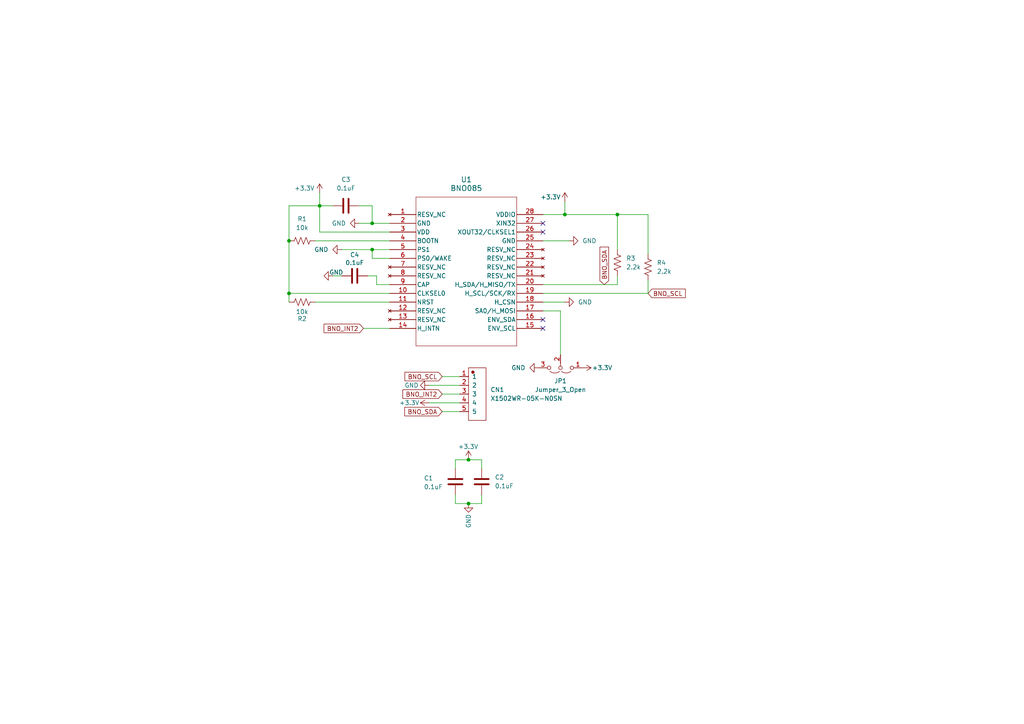
<source format=kicad_sch>
(kicad_sch (version 20231120) (generator "eeschema") (generator_version "8.0")
  (paper "A4")
  (lib_symbols
    (symbol "power:+3.3V" (power) (pin_numbers hide) (pin_names (offset 0) hide)
      (property "Value" "+3.3V" (at 0 3.556 0))
      (symbol "+3.3V_0_1"
        (polyline (pts (xy -0.762 1.27) (xy 0 2.54)))
        (polyline (pts (xy 0 0) (xy 0 2.54)))
        (polyline (pts (xy 0 2.54) (xy 0.762 1.27)))
      )
      (symbol "+3.3V_1_1"
        (pin power_in line (at 0 0 90) (length 0) (name "~") (number "1"))
      )
    )
    (symbol "power:GND" (power) (pin_numbers hide) (pin_names (offset 0) hide)
      (property "Value" "GND" (at 0 -3.81 0))
      (symbol "GND_0_1"
        (polyline (pts (xy 0 0) (xy 0 -1.27) (xy 1.27 -1.27) (xy 0 -2.54) (xy -1.27 -1.27) (xy 0 -1.27)))
      )
      (symbol "GND_1_1"
        (pin power_in line (at 0 0 270) (length 0) (name "~") (number "1"))
      )
    )
    (symbol "uSlime:BNO085" (pin_names (offset 0.254))
      (property "Reference" "U" (at 35.56 10.16 0))
      (property "Value" "BNO085" (at 35.56 7.62 0))
      (symbol "BNO085_0_1"
        (polyline (pts (xy 21.59 -38.1) (xy 50.8 -38.1)) (stroke (width 0.127)))
        (polyline (pts (xy 21.59 5.08) (xy 21.59 -38.1)) (stroke (width 0.127)))
        (polyline (pts (xy 50.8 -38.1) (xy 50.8 5.08)) (stroke (width 0.127)))
        (polyline (pts (xy 50.8 5.08) (xy 21.59 5.08)) (stroke (width 0.127)))
        (pin no_connect line (at 13.97 0 0) (length 7.62) (name "RESV_NC") (number "1"))
        (pin input line (at 13.97 -22.86 0) (length 7.62) (name "CLKSEL0") (number "10"))
        (pin input line (at 13.97 -25.4 0) (length 7.62) (name "NRST") (number "11"))
        (pin no_connect line (at 13.97 -27.94 0) (length 7.62) (name "RESV_NC") (number "12"))
        (pin no_connect line (at 13.97 -30.48 0) (length 7.62) (name "RESV_NC") (number "13"))
        (pin output line (at 13.97 -33.02 0) (length 7.62) (name "H_INTN") (number "14"))
        (pin bidirectional line (at 58.42 -33.02 180) (length 7.62) (name "ENV_SCL") (number "15"))
        (pin bidirectional line (at 58.42 -30.48 180) (length 7.62) (name "ENV_SDA") (number "16"))
        (pin input line (at 58.42 -27.94 180) (length 7.62) (name "SA0/H_MOSI") (number "17"))
        (pin input line (at 58.42 -25.4 180) (length 7.62) (name "H_CSN") (number "18"))
        (pin bidirectional line (at 58.42 -22.86 180) (length 7.62) (name "H_SCL/SCK/RX") (number "19"))
        (pin power_out line (at 13.97 -2.54 0) (length 7.62) (name "GND") (number "2"))
        (pin bidirectional line (at 58.42 -20.32 180) (length 7.62) (name "H_SDA/H_MISO/TX") (number "20"))
        (pin no_connect line (at 58.42 -17.78 180) (length 7.62) (name "RESV_NC") (number "21"))
        (pin no_connect line (at 58.42 -15.24 180) (length 7.62) (name "RESV_NC") (number "22"))
        (pin no_connect line (at 58.42 -12.7 180) (length 7.62) (name "RESV_NC") (number "23"))
        (pin no_connect line (at 58.42 -10.16 180) (length 7.62) (name "RESV_NC") (number "24"))
        (pin power_out line (at 58.42 -7.62 180) (length 7.62) (name "GND") (number "25"))
        (pin output line (at 58.42 -5.08 180) (length 7.62) (name "XOUT32/CLKSEL1") (number "26"))
        (pin input line (at 58.42 -2.54 180) (length 7.62) (name "XIN32") (number "27"))
        (pin power_in line (at 58.42 0 180) (length 7.62) (name "VDDIO") (number "28"))
        (pin power_in line (at 13.97 -5.08 0) (length 7.62) (name "VDD") (number "3"))
        (pin input line (at 13.97 -7.62 0) (length 7.62) (name "BOOTN") (number "4"))
        (pin input line (at 13.97 -10.16 0) (length 7.62) (name "PS1") (number "5"))
        (pin input line (at 13.97 -12.7 0) (length 7.62) (name "PS0/WAKE") (number "6"))
        (pin no_connect line (at 13.97 -15.24 0) (length 7.62) (name "RESV_NC") (number "7"))
        (pin no_connect line (at 13.97 -17.78 0) (length 7.62) (name "RESV_NC") (number "8"))
        (pin power_in line (at 13.97 -20.32 0) (length 7.62) (name "CAP") (number "9"))
      )
    )
    (symbol "uSlime:C" (pin_numbers hide) (pin_names (offset 0.254))
      (property "Reference" "C" (at 0.635 2.54 0))
      (property "Value" "C" (at 0.635 -2.54 0))
      (symbol "C_0_1"
        (polyline (pts (xy -2.032 -0.762) (xy 2.032 -0.762)) (stroke (width 0.508)))
        (polyline (pts (xy -2.032 0.762) (xy 2.032 0.762)) (stroke (width 0.508)))
      )
      (symbol "C_1_1"
        (pin passive line (at 0 3.81 270) (length 2.794) (name "~") (number "1"))
        (pin passive line (at 0 -3.81 90) (length 2.794) (name "~") (number "2"))
      )
    )
    (symbol "uSlime:Jumper_3_Open" (pin_names (offset 0) hide) (exclude_from_sim yes) (in_bom no)
      (property "Reference" "JP1" (at 0 3.81 0))
      (property "Value" "Jumper_3_Open" (at 0 6.35 0))
      (symbol "Jumper_3_Open_0_0"
        (circle (center -3.302 0) (radius 0.508))
        (circle (center 0 0) (radius 0.508))
        (circle (center 3.302 0) (radius 0.508))
      )
      (symbol "Jumper_3_Open_0_1"
        (arc (start -0.254 1.016) (mid -1.651 1.4992) (end -3.048 1.016))
        (polyline (pts (xy 0 -0.508) (xy 0 -1.27)))
        (arc (start 3.048 1.016) (mid 1.651 1.4992) (end 0.254 1.016))
      )
      (symbol "Jumper_3_Open_1_1"
        (pin passive line (at -6.35 0 0) (length 2.54) (name "A") (number "1"))
        (pin passive line (at 0 -3.81 90) (length 2.54) (name "C") (number "2"))
        (pin passive line (at 6.35 0 180) (length 2.54) (name "B") (number "3"))
      )
    )
    (symbol "uSlime:R_US" (pin_numbers hide) (pin_names (offset 0))
      (property "Reference" "R" (at 2.54 0 90))
      (property "Value" "R_US" (at -2.54 0 90))
      (symbol "R_US_0_1"
        (polyline (pts (xy 0 -2.286) (xy 0 -2.54)))
        (polyline (pts (xy 0 2.286) (xy 0 2.54)))
        (polyline (pts (xy 0 -0.762) (xy 1.016 -1.143) (xy 0 -1.524) (xy -1.016 -1.905) (xy 0 -2.286)))
        (polyline (pts (xy 0 0.762) (xy 1.016 0.381) (xy 0 0) (xy -1.016 -0.381) (xy 0 -0.762)))
        (polyline (pts (xy 0 2.286) (xy 1.016 1.905) (xy 0 1.524) (xy -1.016 1.143) (xy 0 0.762)))
      )
      (symbol "R_US_1_1"
        (pin passive line (at 0 3.81 270) (length 1.27) (name "~") (number "1"))
        (pin passive line (at 0 -3.81 90) (length 1.27) (name "~") (number "2"))
      )
    )
    (symbol "uSlime:X1502WR-05K-N0SN" (pin_names (offset 1.016))
      (property "Reference" "CN" (at 0 10.16 0))
      (property "Value" "X1502WR-05K-N0SN" (at 0 15.24 0))
      (symbol "X1502WR-05K-N0SN_1_1"
        (rectangle (start -2.54 7.62) (end 2.54 -7.62) (stroke (width 0.1524)))
        (circle (center -1.27 6.35) (radius 0.381) (stroke (width 0.1524)) (fill (type outline)))
        (pin input line (at -5.08 5.08 0) (length 2.54) (name "1") (number "1"))
        (pin input line (at -5.08 2.54 0) (length 2.54) (name "2") (number "2"))
        (pin input line (at -5.08 0 0) (length 2.54) (name "3") (number "3"))
        (pin input line (at -5.08 -2.54 0) (length 2.54) (name "4") (number "4"))
        (pin input line (at -5.08 -5.08 0) (length 2.54) (name "5") (number "5"))
      )
    )
  )
  (junction (at 135.89 133.35))
  (junction (at 107.95 72.39))
  (junction (at 92.71 59.69))
  (junction (at 83.82 69.85))
  (junction (at 107.95 64.77))
  (junction (at 179.07 62.23))
  (junction (at 135.89 146.05))
  (junction (at 163.83 62.23))
  (junction (at 83.82 85.09))
  (no_connect (at 157.48 64.77))
  (no_connect (at 157.48 67.31))
  (no_connect (at 157.48 95.25))
  (no_connect (at 157.48 92.71))
  (wire (pts (xy 107.95 72.39) (xy 107.95 74.93)))
  (wire (pts (xy 83.82 59.69) (xy 92.71 59.69)))
  (wire (pts (xy 96.52 80.01) (xy 99.06 80.01)))
  (wire (pts (xy 109.22 82.55) (xy 113.03 82.55)))
  (wire (pts (xy 104.14 64.77) (xy 107.95 64.77)))
  (wire (pts (xy 128.27 114.3) (xy 133.35 114.3)))
  (wire (pts (xy 105.41 95.25) (xy 113.03 95.25)))
  (wire (pts (xy 187.96 62.23) (xy 179.07 62.23)))
  (wire (pts (xy 99.06 72.39) (xy 107.95 72.39)))
  (wire (pts (xy 163.83 58.42) (xy 163.83 62.23)))
  (wire (pts (xy 162.56 90.17) (xy 162.56 102.87)))
  (wire (pts (xy 92.71 59.69) (xy 96.52 59.69)))
  (wire (pts (xy 132.08 133.35) (xy 135.89 133.35)))
  (wire (pts (xy 107.95 59.69) (xy 107.95 64.77)))
  (wire (pts (xy 91.44 69.85) (xy 113.03 69.85)))
  (wire (pts (xy 92.71 59.69) (xy 92.71 67.31)))
  (wire (pts (xy 187.96 81.28) (xy 187.96 85.09)))
  (wire (pts (xy 157.48 90.17) (xy 162.56 90.17)))
  (wire (pts (xy 83.82 85.09) (xy 83.82 87.63)))
  (wire (pts (xy 124.46 111.76) (xy 133.35 111.76)))
  (wire (pts (xy 83.82 69.85) (xy 83.82 85.09)))
  (wire (pts (xy 165.1 69.85) (xy 157.48 69.85)))
  (wire (pts (xy 128.27 109.22) (xy 133.35 109.22)))
  (wire (pts (xy 179.07 72.39) (xy 179.07 62.23)))
  (wire (pts (xy 83.82 85.09) (xy 113.03 85.09)))
  (wire (pts (xy 107.95 72.39) (xy 113.03 72.39)))
  (wire (pts (xy 179.07 80.01) (xy 179.07 82.55)))
  (wire (pts (xy 107.95 64.77) (xy 113.03 64.77)))
  (wire (pts (xy 132.08 146.05) (xy 135.89 146.05)))
  (wire (pts (xy 139.7 146.05) (xy 135.89 146.05)))
  (wire (pts (xy 106.68 80.01) (xy 109.22 80.01)))
  (wire (pts (xy 139.7 133.35) (xy 135.89 133.35)))
  (wire (pts (xy 104.14 59.69) (xy 107.95 59.69)))
  (wire (pts (xy 113.03 87.63) (xy 91.44 87.63)))
  (wire (pts (xy 157.48 82.55) (xy 179.07 82.55)))
  (wire (pts (xy 92.71 67.31) (xy 113.03 67.31)))
  (wire (pts (xy 163.83 62.23) (xy 157.48 62.23)))
  (wire (pts (xy 187.96 85.09) (xy 157.48 85.09)))
  (wire (pts (xy 92.71 55.88) (xy 92.71 59.69)))
  (wire (pts (xy 83.82 69.85) (xy 83.82 59.69)))
  (wire (pts (xy 187.96 73.66) (xy 187.96 62.23)))
  (wire (pts (xy 132.08 135.89) (xy 132.08 133.35)))
  (wire (pts (xy 132.08 143.51) (xy 132.08 146.05)))
  (wire (pts (xy 124.46 116.84) (xy 133.35 116.84)))
  (wire (pts (xy 109.22 80.01) (xy 109.22 82.55)))
  (wire (pts (xy 113.03 74.93) (xy 107.95 74.93)))
  (wire (pts (xy 163.83 62.23) (xy 179.07 62.23)))
  (wire (pts (xy 139.7 133.35) (xy 139.7 135.89)))
  (wire (pts (xy 128.27 119.38) (xy 133.35 119.38)))
  (wire (pts (xy 139.7 146.05) (xy 139.7 143.51)))
  (wire (pts (xy 157.48 87.63) (xy 163.83 87.63)))
  (global_label "BNO_INT2" (shape input) (at 105.41 95.25 180) (property "Intersheetrefs" "${INTERSHEET_REFS}" (effects (hide yes))))
  (global_label "BNO_SCL" (shape input) (at 187.96 85.09 0) (property "Intersheetrefs" "${INTERSHEET_REFS}" (effects (hide yes))))
  (global_label "BNO_INT2" (shape input) (at 128.27 114.3 180) (property "Intersheetrefs" "${INTERSHEET_REFS}" (effects (hide yes))))
  (global_label "BNO_SDA" (shape input) (at 128.27 119.38 180) (property "Intersheetrefs" "${INTERSHEET_REFS}" (effects (hide yes))))
  (global_label "BNO_SDA" (shape input) (at 175.26 82.55 90) (property "Intersheetrefs" "${INTERSHEET_REFS}" (effects (hide yes))))
  (global_label "BNO_SCL" (shape input) (at 128.27 109.22 180) (property "Intersheetrefs" "${INTERSHEET_REFS}" (effects (hide yes))))
  (symbol (lib_id "uSlime:C") (at 100.33 59.69 90) (unit 1)
    (property "Reference" "C3" (at 100.33 52.07 90))
    (property "Value" "0.1uF" (at 100.33 54.61 90))
    (property "Footprint" "Capacitor_SMD:C_0402_1005Metric" (effects (hide yes)))
    (property "Description" "Unpolarized capacitor" (effects (hide yes)))
  )
  (symbol (lib_id "uSlime:Jumper_3_Open") (at 162.56 106.68 180) (unit 1) (exclude_from_sim yes) (in_bom no)
    (property "Reference" "JP1" (at 162.56 110.49 0))
    (property "Value" "Jumper_3_Open" (at 162.56 113.03 0))
    (property "Footprint" "Jumper:SolderJumper-3_P1.3mm_Open_RoundedPad1.0x1.5mm" (effects (hide yes)))
    (property "Description" "Jumper, 3-pole, both open" (effects (hide yes)))
  )
  (symbol (lib_id "power:+3.3V") (at 124.46 116.84 90) (unit 1)
    (property "Reference" "#PWR08" (effects (hide yes)))
    (property "Value" "+3.3V" (at 121.666 116.84 90) (effects (justify left)))
    (property "Description" "Power symbol creates a global label with name \"+3.3V\"" (effects (hide yes)))
  )
  (symbol (lib_id "power:GND") (at 156.21 106.68 270) (unit 1)
    (property "Reference" "#PWR013" (effects (hide yes)))
    (property "Value" "GND" (at 152.4 106.6799 90) (effects (justify right)))
    (property "Description" "Power symbol creates a global label with name \"GND\" , ground" (effects (hide yes)))
  )
  (symbol (lib_id "power:GND") (at 104.14 64.77 270) (unit 1)
    (property "Reference" "#PWR06" (effects (hide yes)))
    (property "Value" "GND" (at 100.33 64.7699 90) (effects (justify right)))
    (property "Description" "Power symbol creates a global label with name \"GND\" , ground" (effects (hide yes)))
  )
  (symbol (lib_id "power:GND") (at 165.1 69.85 90) (unit 1)
    (property "Reference" "#PWR012" (effects (hide yes)))
    (property "Value" "GND" (at 168.91 69.8499 90) (effects (justify right)))
    (property "Description" "Power symbol creates a global label with name \"GND\" , ground" (effects (hide yes)))
  )
  (symbol (lib_id "power:GND") (at 135.89 146.05 0) (unit 1)
    (property "Reference" "#PWR05" (effects (hide yes)))
    (property "Value" "GND" (at 135.89 149.098 90) (effects (justify right)))
    (property "Description" "Power symbol creates a global label with name \"GND\" , ground" (effects (hide yes)))
  )
  (symbol (lib_id "power:+3.3V") (at 168.91 106.68 270) (unit 1)
    (property "Reference" "#PWR014" (effects (hide yes)))
    (property "Value" "+3.3V" (at 171.704 106.68 90) (effects (justify left)))
    (property "Description" "Power symbol creates a global label with name \"+3.3V\"" (effects (hide yes)))
  )
  (symbol (lib_id "uSlime:C") (at 132.08 139.7 180) (unit 1)
    (property "Reference" "C1" (at 122.936 138.684 0) (effects (justify right)))
    (property "Value" "0.1uF" (at 122.936 141.224 0) (effects (justify right)))
    (property "Footprint" "Capacitor_SMD:C_0402_1005Metric" (effects (hide yes)))
    (property "Description" "Unpolarized capacitor" (effects (hide yes)))
  )
  (symbol (lib_id "power:GND") (at 96.52 80.01 270) (unit 1)
    (property "Reference" "#PWR02" (effects (hide yes)))
    (property "Value" "GND" (at 99.568 78.994 90) (effects (justify right)))
    (property "Description" "Power symbol creates a global label with name \"GND\" , ground" (effects (hide yes)))
  )
  (symbol (lib_id "power:+3.3V") (at 92.71 55.88 0) (unit 1)
    (property "Reference" "#PWR01" (effects (hide yes)))
    (property "Value" "+3.3V" (at 85.344 54.61 0) (effects (justify left)))
    (property "Description" "Power symbol creates a global label with name \"+3.3V\"" (effects (hide yes)))
  )
  (symbol (lib_id "uSlime:R_US") (at 187.96 77.47 0) (unit 1)
    (property "Reference" "R4" (at 190.5 76.1999 0) (effects (justify left)))
    (property "Value" "2.2k" (at 190.5 78.7399 0) (effects (justify left)))
    (property "Footprint" "Resistor_SMD:R_0402_1005Metric" (effects (hide yes)))
    (property "Description" "Resistor, US symbol" (effects (hide yes)))
  )
  (symbol (lib_id "power:GND") (at 163.83 87.63 90) (unit 1)
    (property "Reference" "#PWR011" (effects (hide yes)))
    (property "Value" "GND" (at 167.64 87.6299 90) (effects (justify right)))
    (property "Description" "Power symbol creates a global label with name \"GND\" , ground" (effects (hide yes)))
  )
  (symbol (lib_id "power:+3.3V") (at 135.89 133.35 0) (unit 1)
    (property "Reference" "#PWR04" (effects (hide yes)))
    (property "Value" "+3.3V" (at 132.842 129.54 0) (effects (justify left)))
    (property "Description" "Power symbol creates a global label with name \"+3.3V\"" (effects (hide yes)))
  )
  (symbol (lib_id "power:GND") (at 99.06 72.39 270) (unit 1)
    (property "Reference" "#PWR03" (effects (hide yes)))
    (property "Value" "GND" (at 95.25 72.3899 90) (effects (justify right)))
    (property "Description" "Power symbol creates a global label with name \"GND\" , ground" (effects (hide yes)))
  )
  (symbol (lib_id "uSlime:R_US") (at 87.63 69.85 90) (unit 1)
    (property "Reference" "R1" (at 87.63 63.5 90))
    (property "Value" "10k" (at 87.63 66.04 90))
    (property "Footprint" "Resistor_SMD:R_0402_1005Metric" (effects (hide yes)))
    (property "Description" "Resistor, US symbol" (effects (hide yes)))
  )
  (symbol (lib_id "uSlime:R_US") (at 179.07 76.2 0) (unit 1)
    (property "Reference" "R3" (at 181.61 74.9299 0) (effects (justify left)))
    (property "Value" "2.2k" (at 181.61 77.4699 0) (effects (justify left)))
    (property "Footprint" "Resistor_SMD:R_0402_1005Metric" (effects (hide yes)))
    (property "Description" "Resistor, US symbol" (effects (hide yes)))
  )
  (symbol (lib_id "power:GND") (at 124.46 111.76 270) (unit 1)
    (property "Reference" "#PWR09" (effects (hide yes)))
    (property "Value" "GND" (at 121.412 111.76 90) (effects (justify right)))
    (property "Description" "Power symbol creates a global label with name \"GND\" , ground" (effects (hide yes)))
  )
  (symbol (lib_id "uSlime:C") (at 102.87 80.01 90) (unit 1)
    (property "Reference" "C4" (at 102.87 73.914 90))
    (property "Value" "0.1uF" (at 102.87 76.2 90))
    (property "Footprint" "Capacitor_SMD:C_0402_1005Metric" (effects (hide yes)))
    (property "Description" "Unpolarized capacitor" (effects (hide yes)))
  )
  (symbol (lib_id "uSlime:C") (at 139.7 139.7 180) (unit 1)
    (property "Reference" "C2" (at 143.51 138.4299 0) (effects (justify right)))
    (property "Value" "0.1uF" (at 143.51 140.9699 0) (effects (justify right)))
    (property "Footprint" "Capacitor_SMD:C_0402_1005Metric" (effects (hide yes)))
    (property "Description" "Unpolarized capacitor" (effects (hide yes)))
  )
  (symbol (lib_id "uSlime:R_US") (at 87.63 87.63 270) (unit 1)
    (property "Reference" "R2" (at 87.63 92.456 90))
    (property "Value" "10k" (at 87.63 90.424 90))
    (property "Footprint" "Resistor_SMD:R_0402_1005Metric" (effects (hide yes)))
    (property "Description" "Resistor, US symbol" (effects (hide yes)))
  )
  (symbol (lib_id "uSlime:BNO085") (at 99.06 62.23 0) (unit 1)
    (property "Reference" "U1" (at 135.255 52.07 0) (effects (font (size 1.524 1.524))))
    (property "Value" "BNO085" (at 135.255 54.61 0) (effects (font (size 1.524 1.524))))
    (property "Footprint" "uSlime-libs:BNO080" (effects (hide yes)))
    (property "Datasheet" "BNO085" (effects (hide yes)))
  )
  (symbol (lib_id "power:+3.3V") (at 163.83 58.42 0) (unit 1)
    (property "Reference" "#PWR010" (effects (hide yes)))
    (property "Value" "+3.3V" (at 156.718 57.15 0) (effects (justify left)))
    (property "Description" "Power symbol creates a global label with name \"+3.3V\"" (effects (hide yes)))
  )
  (symbol (lib_id "uSlime:X1502WR-05K-N0SN") (at 138.43 114.3 0) (unit 1)
    (property "Reference" "CN1" (at 142.24 113.0299 0) (effects (justify left)))
    (property "Value" "X1502WR-05K-N0SN" (at 142.24 115.5699 0) (effects (justify left)))
    (property "Footprint" "uSlime-libs:CONN-TH_5P-P1.50_X1502WR-05K-N0SN" (effects (hide yes)))
    (property "Datasheet" "http://www.szlcsc.com/product/details_587019.html" (effects (hide yes)))
    (property "Description" "C561537" (effects (hide yes)))
    (property "uuid" "std:268fd150cfff42dfa6c6c0b3cfd730b2" (effects (hide yes)))
  )
)
</source>
